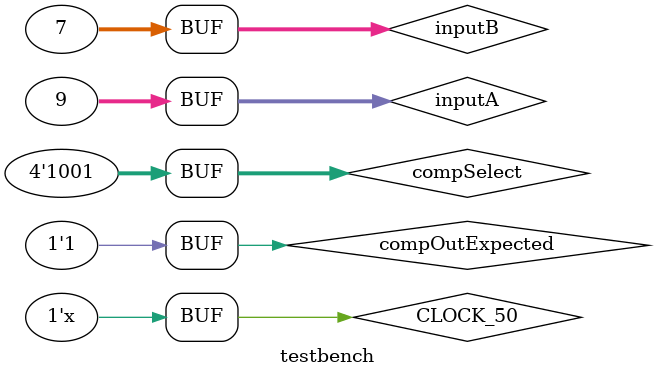
<source format=sv>
`timescale 1ns / 1ps

module testbench ();

	parameter CLOCK_PERIOD = 10;

	logic CLOCK_50;
    logic [0:0] KEY;
    logic [6:0] HEX0;

	// Comparison Unit Test
    logic reset;
    logic [31:0] inputA;
    logic [31:0] inputB;
    logic [3:0]  compSelect;
    logic [31:0] compOut;
    logic        compBit;
    logic        compOutExpected;

	initial begin
        CLOCK_50 <= 1'b0;
	end // initial
	always @ (*)
	begin : Clock_Generator
		#((CLOCK_PERIOD) / 2) CLOCK_50 <= ~CLOCK_50;
	end

    parameter dataWidth = 32;
    parameter selectWidth = 4;

    enum logic [selectWidth-1:0] {
        EQUAL, NOT_EQUAL, LESS_THAN, LESS_THAN_UNSIGNED, LESS_THAN_OR_EQUAL, LESS_THAN_OR_EQUAL_UNSIGNED,
        GREATER_THAN, GREATER_THAN_UNSIGNED, GREATER_THAN_OR_EQUAL, GREATER_THAN_OR_EQUAL_UNSIGNED
    } comparisonType;
	
	initial begin
        #10
        compSelect <= EQUAL; // EQUAL
		inputA <= 32'h00000008; // 
        inputB <= 32'h00000008; // 
        compOutExpected <= 1'b1; // Expecting output to be 1
		#10
        inputA <= 32'h00000008; // 
        inputB <= 32'h00000007; // 
        compOutExpected <= 1'b0; // Expecting output to be 0
		#20

        compSelect <= NOT_EQUAL; // NOT EQUAL
		inputA <= 32'h00000003; // 
        inputB <= 32'h00000007; // 
        compOutExpected <= 1'b1; // Expecting output to be 1
		#10
        inputA <= 32'h00000007; // 
        inputB <= 32'h00000007; // 
        compOutExpected <= 1'b0; // Expecting output to be 0
        #20

        compSelect <= LESS_THAN; // LESS THAN
		inputA <= 32'h00000003; // 
        inputB <= 32'h00000007; // 
        compOutExpected <= 1'b1; // Expecting output to be 1
		#10
        inputA <= 32'h00000007; // 
        inputB <= 32'h00000007; // 
        compOutExpected <= 1'b0; // Expecting output to be 0
        #10
        inputA <= 32'h80000009; // 
        inputB <= 32'h00000007; // 
        compOutExpected <= 1'b1; // Expecting output to be 1
        #20

        compSelect <= LESS_THAN_UNSIGNED; // LESS THAN UNSIGNED
		inputA <= 32'h00000003; // 
        inputB <= 32'h00000007; // 
        compOutExpected <= 1'b1; // Expecting output to be 1
		#10
        inputA <= 32'h00000007; // 
        inputB <= 32'h00000007; // 
        compOutExpected <= 1'b0; // Expecting output to be 0
        #10
        inputA <= 32'h80000009; // 
        inputB <= 32'h00000007; // 
        compOutExpected <= 1'b0; // Expecting output to be 1
        #20

        compSelect <= LESS_THAN_OR_EQUAL; // LESS THAN OR EQUAL
		inputA <= 32'h00000003; // 
        inputB <= 32'h00000007; // 
        compOutExpected <= 1'b1; // Expecting output to be 1
		#10
        inputA <= 32'h00000007; // 
        inputB <= 32'h00000007; // 
        compOutExpected <= 1'b1; // Expecting output to be 1
        #10
        inputA <= 32'h80000009; // 
        inputB <= 32'h00000007; // 
        compOutExpected <= 1'b1; // Expecting output to be 0

        #20
        compSelect <= LESS_THAN_OR_EQUAL_UNSIGNED; // LESS THAN OR EQUAL UNSIGNED
		inputA <= 32'h00000003; // 
        inputB <= 32'h00000007; // 
        compOutExpected <= 1'b1; // Expecting output to be 1
		#10
        inputA <= 32'h00000007; // 
        inputB <= 32'h00000007; // 
        compOutExpected <= 1'b1; // Expecting output to be 0
        #10
        inputA <= 32'h80000009; // 
        inputB <= 32'h00000007; // 
        compOutExpected <= 1'b0; // Expecting output to be 1

        #20
        compSelect <= GREATER_THAN; // GREATER THAN
		inputA <= 32'h80000003; // 
        inputB <= 32'h00000007; // 
        compOutExpected <= 1'b0; // Expecting output to be 1
		#10
        inputA <= 32'h00000007; // 
        inputB <= 32'h00000007; // 
        compOutExpected <= 1'b0; // Expecting output to be 0
        #10
        inputA <= 32'h00000009; // 
        inputB <= 32'h00000007; // 
        compOutExpected <= 1'b1; // Expecting output to be 1

        #20
        compSelect <= GREATER_THAN_UNSIGNED; // GREATER THAN UNSIGNED
		inputA <= 32'h80000003; // 
        inputB <= 32'h00000007; // 
        compOutExpected <= 1'b1; // Expecting output to be 1
		#10
        inputA <= 32'h00000007; // 
        inputB <= 32'h00000007; // 
        compOutExpected <= 1'b0; // Expecting output to be 0
        #10
        inputA <= 32'h00000009; // 
        inputB <= 32'h00000007; // 
        compOutExpected <= 1'b1; // Expecting output to be 1

        #20
        compSelect <= GREATER_THAN_OR_EQUAL; // GREATER THAN OR EQUAL
		inputA <= 32'h80000003; // 
        inputB <= 32'h00000007; // 
        compOutExpected <= 1'b0; // Expecting output to be 0
		#10
        inputA <= 32'h00000007; // 
        inputB <= 32'h00000007; // 
        compOutExpected <= 1'b1; // Expecting output to be 1
        #10
        inputA <= 32'h00000009; // 
        inputB <= 32'h00000007; // 
        compOutExpected <= 1'b1; // Expecting output to be 1

        #20
        compSelect <= GREATER_THAN_OR_EQUAL_UNSIGNED; // GREATER THAN OR EQUAL UNSIGNED
		inputA <= 32'h80000003; // 
        inputB <= 32'h00000007; // 
        compOutExpected <= 1'b1; // Expecting output to be 0
		#10
        inputA <= 32'h00000007; // 
        inputB <= 32'h00000007; // 
        compOutExpected <= 1'b1; // Expecting output to be 1
        #10
        inputA <= 32'h00000009; // 
        inputB <= 32'h00000007; // 
        compOutExpected <= 1'b1; // Expecting output to be 1
	end // initial
	
	ComparisonUnit #(
        .dataWidth(dataWidth),
        .selectWidth(selectWidth)
    ) comp_unit (
        .clk(CLOCK_50),
        .reset(reset),
        .inputA(inputA), 
        .inputB(inputB), 
        .comparisonSelect(compSelect),
        
        .dataOut(compOut)
    );

    assign compBit = compOut[0];
endmodule

</source>
